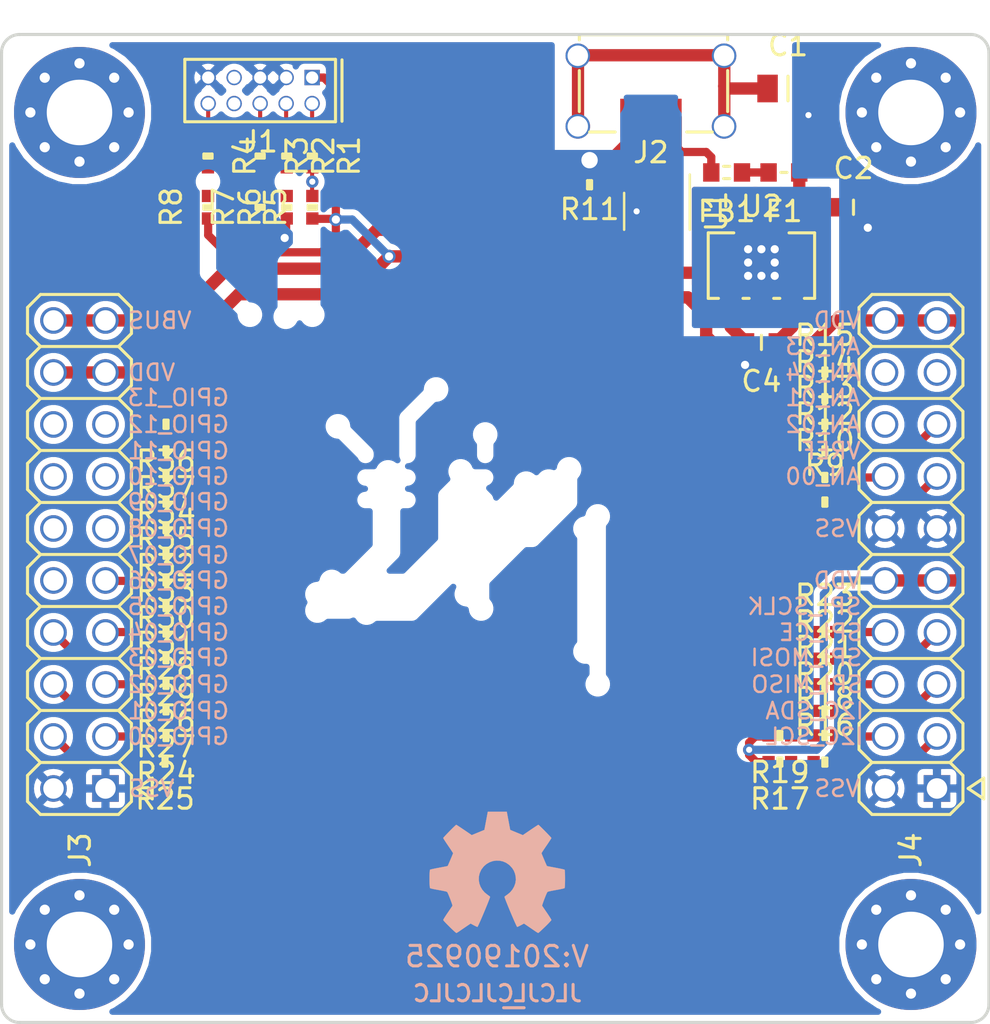
<source format=kicad_pcb>
(kicad_pcb (version 20171130) (host pcbnew 5.1.4-e60b266~84~ubuntu18.04.1)
  (layers (0 F.Cu signal) (31 B.Cu signal) (34 B.Paste user) (35 F.Paste user) (36 B.SilkS user) (37 F.SilkS user) (38 B.Mask user) (39 F.Mask user) (44 Edge.Cuts user))
  (net 0 "")
  (net 1 "Net-(C1-Pad1)")
  (net 2 /VBUS)
  (net 3 "Net-(F1-Pad2)")
  (net 4 "Net-(FB1-Pad2)")
  (net 5 "Net-(J1-Pad10)")
  (net 6 "Net-(J1-Pad6)")
  (net 7 "Net-(J1-Pad4)")
  (net 8 "Net-(J1-Pad2)")
  (net 9 /VDD)
  (net 10 "Net-(J2-Pad4)")
  (net 11 /GPIO_02)
  (net 12 /GPIO_00)
  (net 13 /GPIO_01)
  (net 14 /I2C_SCL)
  (net 15 /I2C_SDA)
  (net 16 /SPI_MISO)
  (net 17 /SPI_MOSI)
  (net 18 /SPI_CE)
  (net 19 /SPI_SCLK)
  (net 20 /AN_00)
  (net 21 /VREF)
  (net 22 /AN_01)
  (net 23 /GPIO_06)
  (net 24 /GPIO_05)
  (net 25 /GPIO_04)
  (net 26 /GPIO_03)
  (net 27 /USB_IN_D-)
  (net 28 /USB_IN_D+)
  (net 29 /VSS)
  (net 30 /GPIO_13)
  (net 31 /GPIO_12)
  (net 32 /GPIO_11)
  (net 33 /GPIO_10)
  (net 34 /GPIO_09)
  (net 35 /GPIO_08)
  (net 36 /GPIO_07)
  (net 37 /AN_04)
  (net 38 /AN_03)
  (net 39 /AN_02)
  (net 40 /TMS)
  (net 41 /TCK)
  (net 42 /TDO)
  (net 43 /RESET)
  (net 44 /I2C_SDA_INT)
  (net 45 /I2C_SCL_INT)
  (module SquantorRcl:R_0402_hand (layer F.Cu) (at 69 81.3 180)
    (fp_text reference R37 (at 0 -1.8) (layer F.SilkS))
    (fp_text value 100)
    (pad 2 smd rect (at 0.55 0 180) (size 0.6 0.6) (layers F.Cu F.Paste F.Mask) (net 30 /GPIO_13))
    (pad 1 smd rect (at -0.55 0 180) (size 0.6 0.6) (layers F.Cu F.Paste F.Mask))
  )
  (module SquantorRcl:R_0402_hand (layer F.Cu) (at 69 80 180)
    (fp_text reference R36 (at 0 -1.8) (layer F.SilkS))
    (fp_text value 100)
    (pad 2 smd rect (at 0.55 0 180) (size 0.6 0.6) (layers F.Cu F.Paste F.Mask) (net 31 /GPIO_12))
    (pad 1 smd rect (at -0.55 0 180) (size 0.6 0.6) (layers F.Cu F.Paste F.Mask))
  )
  (module SquantorRcl:R_0402_hand (layer F.Cu) (at 69 83.8 180)
    (fp_text reference R35 (at 0 -1.8) (layer F.SilkS))
    (fp_text value 100)
    (pad 2 smd rect (at 0.55 0 180) (size 0.6 0.6) (layers F.Cu F.Paste F.Mask) (net 32 /GPIO_11))
    (pad 1 smd rect (at -0.55 0 180) (size 0.6 0.6) (layers F.Cu F.Paste F.Mask))
  )
  (module SquantorRcl:R_0402_hand (layer F.Cu) (at 69 82.55 180)
    (fp_text reference R34 (at 0 -1.8) (layer F.SilkS))
    (fp_text value 100)
    (pad 2 smd rect (at 0.55 0 180) (size 0.6 0.6) (layers F.Cu F.Paste F.Mask) (net 33 /GPIO_10))
    (pad 1 smd rect (at -0.55 0 180) (size 0.6 0.6) (layers F.Cu F.Paste F.Mask))
  )
  (module SquantorRcl:R_0402_hand (layer F.Cu) (at 69 86.35 180)
    (fp_text reference R33 (at 0 -1.8) (layer F.SilkS))
    (fp_text value 100)
    (pad 2 smd rect (at 0.55 0 180) (size 0.6 0.6) (layers F.Cu F.Paste F.Mask) (net 34 /GPIO_09))
    (pad 1 smd rect (at -0.55 0 180) (size 0.6 0.6) (layers F.Cu F.Paste F.Mask))
  )
  (module SquantorRcl:R_0402_hand (layer F.Cu) (at 69 85.1 180)
    (fp_text reference R32 (at 0 -1.8) (layer F.SilkS))
    (fp_text value 100)
    (pad 2 smd rect (at 0.55 0 180) (size 0.6 0.6) (layers F.Cu F.Paste F.Mask) (net 35 /GPIO_08))
    (pad 1 smd rect (at -0.55 0 180) (size 0.6 0.6) (layers F.Cu F.Paste F.Mask))
  )
  (module SquantorRcl:R_0402_hand (layer F.Cu) (at 69 88.9 180)
    (fp_text reference R31 (at 0 -1.8) (layer F.SilkS))
    (fp_text value 100)
    (pad 2 smd rect (at 0.55 0 180) (size 0.6 0.6) (layers F.Cu F.Paste F.Mask) (net 36 /GPIO_07))
    (pad 1 smd rect (at -0.55 0 180) (size 0.6 0.6) (layers F.Cu F.Paste F.Mask))
  )
  (module SquantorRcl:R_0402_hand (layer F.Cu) (at 69 87.65 180)
    (fp_text reference R30 (at 0 -1.8) (layer F.SilkS))
    (fp_text value 100)
    (pad 2 smd rect (at 0.55 0 180) (size 0.6 0.6) (layers F.Cu F.Paste F.Mask) (net 23 /GPIO_06))
    (pad 1 smd rect (at -0.55 0 180) (size 0.6 0.6) (layers F.Cu F.Paste F.Mask))
  )
  (module SquantorRcl:R_0402_hand (layer F.Cu) (at 69 91.45 180)
    (fp_text reference R29 (at 0 -1.8) (layer F.SilkS))
    (fp_text value 100)
    (pad 2 smd rect (at 0.55 0 180) (size 0.6 0.6) (layers F.Cu F.Paste F.Mask) (net 24 /GPIO_05))
    (pad 1 smd rect (at -0.55 0 180) (size 0.6 0.6) (layers F.Cu F.Paste F.Mask))
  )
  (module SquantorRcl:R_0402_hand (layer F.Cu) (at 69 90.15 180)
    (fp_text reference R28 (at 0 -1.8) (layer F.SilkS))
    (fp_text value 100)
    (pad 2 smd rect (at 0.55 0 180) (size 0.6 0.6) (layers F.Cu F.Paste F.Mask) (net 25 /GPIO_04))
    (pad 1 smd rect (at -0.55 0 180) (size 0.6 0.6) (layers F.Cu F.Paste F.Mask))
  )
  (module SquantorRcl:R_0402_hand (layer F.Cu) (at 69 93.95 180)
    (fp_text reference R27 (at 0 -1.8) (layer F.SilkS))
    (fp_text value 100)
    (pad 2 smd rect (at 0.55 0 180) (size 0.6 0.6) (layers F.Cu F.Paste F.Mask) (net 26 /GPIO_03))
    (pad 1 smd rect (at -0.55 0 180) (size 0.6 0.6) (layers F.Cu F.Paste F.Mask))
  )
  (module SquantorRcl:R_0402_hand (layer F.Cu) (at 69 92.7 180)
    (fp_text reference R26 (at 0 -1.8) (layer F.SilkS))
    (fp_text value 100)
    (pad 2 smd rect (at 0.55 0 180) (size 0.6 0.6) (layers F.Cu F.Paste F.Mask) (net 11 /GPIO_02))
    (pad 1 smd rect (at -0.55 0 180) (size 0.6 0.6) (layers F.Cu F.Paste F.Mask))
  )
  (module SquantorRcl:R_0402_hand (layer F.Cu) (at 68.95 96.5 180)
    (fp_text reference R25 (at 0 -1.8) (layer F.SilkS))
    (fp_text value 100)
    (pad 2 smd rect (at 0.55 0 180) (size 0.6 0.6) (layers F.Cu F.Paste F.Mask) (net 13 /GPIO_01))
    (pad 1 smd rect (at -0.55 0 180) (size 0.6 0.6) (layers F.Cu F.Paste F.Mask))
  )
  (module SquantorRcl:R_0402_hand (layer F.Cu) (at 69 95.25 180)
    (fp_text reference R24 (at 0 -1.8) (layer F.SilkS))
    (fp_text value 100)
    (pad 2 smd rect (at 0.55 0 180) (size 0.6 0.6) (layers F.Cu F.Paste F.Mask) (net 12 /GPIO_00))
    (pad 1 smd rect (at -0.55 0 180) (size 0.6 0.6) (layers F.Cu F.Paste F.Mask))
  )
  (module SquantorRcl:R_0402_hand (layer F.Cu) (at 101.2 90.15)
    (fp_text reference R23 (at 0 -1.8) (layer F.SilkS))
    (fp_text value 100)
    (pad 2 smd rect (at 0.55 0) (size 0.6 0.6) (layers F.Cu F.Paste F.Mask) (net 18 /SPI_CE))
    (pad 1 smd rect (at -0.55 0) (size 0.6 0.6) (layers F.Cu F.Paste F.Mask))
  )
  (module SquantorRcl:R_0402_hand (layer F.Cu) (at 101.2 91.45)
    (fp_text reference R22 (at 0 -1.8) (layer F.SilkS))
    (fp_text value 100)
    (pad 2 smd rect (at 0.55 0) (size 0.6 0.6) (layers F.Cu F.Paste F.Mask) (net 19 /SPI_SCLK))
    (pad 1 smd rect (at -0.55 0) (size 0.6 0.6) (layers F.Cu F.Paste F.Mask))
  )
  (module SquantorRcl:R_0402_hand (layer F.Cu) (at 101.2 92.7)
    (fp_text reference R21 (at 0 -1.8) (layer F.SilkS))
    (fp_text value 100)
    (pad 2 smd rect (at 0.55 0) (size 0.6 0.6) (layers F.Cu F.Paste F.Mask) (net 16 /SPI_MISO))
    (pad 1 smd rect (at -0.55 0) (size 0.6 0.6) (layers F.Cu F.Paste F.Mask))
  )
  (module SquantorRcl:R_0402_hand (layer F.Cu) (at 101.2 94)
    (fp_text reference R20 (at 0 -1.8) (layer F.SilkS))
    (fp_text value 100)
    (pad 2 smd rect (at 0.55 0) (size 0.6 0.6) (layers F.Cu F.Paste F.Mask) (net 17 /SPI_MOSI))
    (pad 1 smd rect (at -0.55 0) (size 0.6 0.6) (layers F.Cu F.Paste F.Mask))
  )
  (module SquantorRcl:R_0402_hand (layer F.Cu) (at 99 95.2 180)
    (fp_text reference R19 (at 0 -1.8) (layer F.SilkS))
    (fp_text value 2.2K)
    (pad 2 smd rect (at 0.55 0 180) (size 0.6 0.6) (layers F.Cu F.Paste F.Mask) (net 9 /VDD))
    (pad 1 smd rect (at -0.55 0 180) (size 0.6 0.6) (layers F.Cu F.Paste F.Mask) (net 45 /I2C_SCL_INT))
  )
  (module SquantorRcl:R_0402_hand (layer F.Cu) (at 101.2 95.2)
    (fp_text reference R18 (at 0 -1.8) (layer F.SilkS))
    (fp_text value 100)
    (pad 2 smd rect (at 0.55 0) (size 0.6 0.6) (layers F.Cu F.Paste F.Mask) (net 14 /I2C_SCL))
    (pad 1 smd rect (at -0.55 0) (size 0.6 0.6) (layers F.Cu F.Paste F.Mask) (net 45 /I2C_SCL_INT))
  )
  (module SquantorRcl:R_0402_hand (layer F.Cu) (at 99 96.5 180)
    (fp_text reference R17 (at 0 -1.8) (layer F.SilkS))
    (fp_text value 2.2K)
    (pad 2 smd rect (at 0.55 0 180) (size 0.6 0.6) (layers F.Cu F.Paste F.Mask) (net 9 /VDD))
    (pad 1 smd rect (at -0.55 0 180) (size 0.6 0.6) (layers F.Cu F.Paste F.Mask) (net 44 /I2C_SDA_INT))
  )
  (module SquantorRcl:R_0402_hand (layer F.Cu) (at 101.2 96.5)
    (fp_text reference R16 (at 0 -1.8) (layer F.SilkS))
    (fp_text value 100)
    (pad 2 smd rect (at 0.55 0) (size 0.6 0.6) (layers F.Cu F.Paste F.Mask) (net 15 /I2C_SDA))
    (pad 1 smd rect (at -0.55 0) (size 0.6 0.6) (layers F.Cu F.Paste F.Mask) (net 44 /I2C_SDA_INT))
  )
  (module SquantorRcl:R_0402_hand (layer F.Cu) (at 101.2 77.45)
    (fp_text reference R15 (at 0 -1.8) (layer F.SilkS))
    (fp_text value 100)
    (pad 2 smd rect (at 0.55 0) (size 0.6 0.6) (layers F.Cu F.Paste F.Mask) (net 37 /AN_04))
    (pad 1 smd rect (at -0.55 0) (size 0.6 0.6) (layers F.Cu F.Paste F.Mask))
  )
  (module SquantorRcl:R_0402_hand (layer F.Cu) (at 101.2 78.75)
    (fp_text reference R14 (at 0 -1.8) (layer F.SilkS))
    (fp_text value 100)
    (pad 2 smd rect (at 0.55 0) (size 0.6 0.6) (layers F.Cu F.Paste F.Mask) (net 38 /AN_03))
    (pad 1 smd rect (at -0.55 0) (size 0.6 0.6) (layers F.Cu F.Paste F.Mask))
  )
  (module SquantorRcl:R_0402_hand (layer F.Cu) (at 101.2 80)
    (fp_text reference R13 (at 0 -1.8) (layer F.SilkS))
    (fp_text value 100)
    (pad 2 smd rect (at 0.55 0) (size 0.6 0.6) (layers F.Cu F.Paste F.Mask) (net 39 /AN_02))
    (pad 1 smd rect (at -0.55 0) (size 0.6 0.6) (layers F.Cu F.Paste F.Mask))
  )
  (module SquantorRcl:R_0402_hand (layer F.Cu) (at 101.2 81.3)
    (fp_text reference R12 (at 0 -1.8) (layer F.SilkS))
    (fp_text value 100)
    (pad 2 smd rect (at 0.55 0) (size 0.6 0.6) (layers F.Cu F.Paste F.Mask) (net 22 /AN_01))
    (pad 1 smd rect (at -0.55 0) (size 0.6 0.6) (layers F.Cu F.Paste F.Mask))
  )
  (module SquantorRcl:R_0402_hand (layer F.Cu) (at 101.2 82.6)
    (fp_text reference R10 (at 0 -1.8) (layer F.SilkS))
    (fp_text value 100)
    (pad 2 smd rect (at 0.55 0) (size 0.6 0.6) (layers F.Cu F.Paste F.Mask) (net 20 /AN_00))
    (pad 1 smd rect (at -0.55 0) (size 0.6 0.6) (layers F.Cu F.Paste F.Mask))
  )
  (module SquantorRcl:R_0402_hand (layer F.Cu) (at 101.2 83.8)
    (fp_text reference R9 (at 0 -1.8) (layer F.SilkS))
    (fp_text value 100)
    (pad 2 smd rect (at 0.55 0) (size 0.6 0.6) (layers F.Cu F.Paste F.Mask) (net 21 /VREF))
    (pad 1 smd rect (at -0.55 0) (size 0.6 0.6) (layers F.Cu F.Paste F.Mask))
  )
  (module SquantorRcl:R_0402_hand (layer F.Cu) (at 71.05 69.4 90)
    (fp_text reference R8 (at 0 -1.8 90) (layer F.SilkS))
    (fp_text value 100k)
    (pad 2 smd rect (at 0.55 0 90) (size 0.6 0.6) (layers F.Cu F.Paste F.Mask) (net 43 /RESET))
    (pad 1 smd rect (at -0.55 0 90) (size 0.6 0.6) (layers F.Cu F.Paste F.Mask) (net 9 /VDD))
  )
  (module SquantorRcl:R_0402_hand (layer F.Cu) (at 73.6 69.4 90)
    (fp_text reference R7 (at 0 -1.8 90) (layer F.SilkS))
    (fp_text value 100k)
    (pad 2 smd rect (at 0.55 0 90) (size 0.6 0.6) (layers F.Cu F.Paste F.Mask) (net 42 /TDO))
    (pad 1 smd rect (at -0.55 0 90) (size 0.6 0.6) (layers F.Cu F.Paste F.Mask) (net 9 /VDD))
  )
  (module SquantorRcl:R_0402_hand (layer F.Cu) (at 74.9 69.4 90)
    (fp_text reference R6 (at 0 -1.8 90) (layer F.SilkS))
    (fp_text value 100k)
    (pad 2 smd rect (at 0.55 0 90) (size 0.6 0.6) (layers F.Cu F.Paste F.Mask) (net 41 /TCK))
    (pad 1 smd rect (at -0.55 0 90) (size 0.6 0.6) (layers F.Cu F.Paste F.Mask) (net 29 /VSS))
  )
  (module SquantorRcl:R_0402_hand (layer F.Cu) (at 76.15 69.4 90)
    (fp_text reference R5 (at 0 -1.8 90) (layer F.SilkS))
    (fp_text value 100K)
    (pad 2 smd rect (at 0.55 0 90) (size 0.6 0.6) (layers F.Cu F.Paste F.Mask) (net 40 /TMS))
    (pad 1 smd rect (at -0.55 0 90) (size 0.6 0.6) (layers F.Cu F.Paste F.Mask) (net 9 /VDD))
  )
  (module SquantorRcl:R_0402_hand (layer F.Cu) (at 71.05 66.9 270)
    (fp_text reference R4 (at 0 -1.8 90) (layer F.SilkS))
    (fp_text value 100)
    (pad 2 smd rect (at 0.55 0 270) (size 0.6 0.6) (layers F.Cu F.Paste F.Mask) (net 43 /RESET))
    (pad 1 smd rect (at -0.55 0 270) (size 0.6 0.6) (layers F.Cu F.Paste F.Mask) (net 5 "Net-(J1-Pad10)"))
  )
  (module SquantorRcl:R_0402_hand (layer F.Cu) (at 73.6 66.9 270)
    (fp_text reference R3 (at 0 -1.8 90) (layer F.SilkS))
    (fp_text value 100)
    (pad 2 smd rect (at 0.55 0 270) (size 0.6 0.6) (layers F.Cu F.Paste F.Mask) (net 42 /TDO))
    (pad 1 smd rect (at -0.55 0 270) (size 0.6 0.6) (layers F.Cu F.Paste F.Mask) (net 6 "Net-(J1-Pad6)"))
  )
  (module SquantorRcl:R_0402_hand (layer F.Cu) (at 74.9 66.9 270)
    (fp_text reference R2 (at 0 -1.8 90) (layer F.SilkS))
    (fp_text value 100)
    (pad 2 smd rect (at 0.55 0 270) (size 0.6 0.6) (layers F.Cu F.Paste F.Mask) (net 41 /TCK))
    (pad 1 smd rect (at -0.55 0 270) (size 0.6 0.6) (layers F.Cu F.Paste F.Mask) (net 7 "Net-(J1-Pad4)"))
  )
  (module SquantorRcl:R_0402_hand (layer F.Cu) (at 76.15 66.9 270)
    (fp_text reference R1 (at 0 -1.8 90) (layer F.SilkS))
    (fp_text value 100)
    (pad 2 smd rect (at 0.55 0 270) (size 0.6 0.6) (layers F.Cu F.Paste F.Mask) (net 40 /TMS))
    (pad 1 smd rect (at -0.55 0 270) (size 0.6 0.6) (layers F.Cu F.Paste F.Mask) (net 8 "Net-(J1-Pad2)"))
  )
  (module SquantorConnectors:Header-0127-2X05-H006 (layer F.Cu) (at 73.6 63.7 180)
    (fp_text reference J1 (at 0 -2.5) (layer F.SilkS))
    (fp_text value JTAG_2X05)
    (pad 10 thru_hole circle (at 2.54 -0.635 180) (size 0.75 0.75) (drill 0.6) (layers *.Cu *.Mask) (net 5 "Net-(J1-Pad10)"))
    (pad 9 thru_hole circle (at 2.54 0.635 180) (size 0.75 0.75) (drill 0.6) (layers *.Cu *.Mask) (net 29 /VSS))
    (pad 8 thru_hole circle (at 1.27 -0.635 180) (size 0.75 0.75) (drill 0.6) (layers *.Cu *.Mask))
    (pad 7 thru_hole circle (at 1.27 0.635 180) (size 0.75 0.75) (drill 0.6) (layers *.Cu *.Mask))
    (pad 6 thru_hole circle (at 0 -0.635 180) (size 0.75 0.75) (drill 0.6) (layers *.Cu *.Mask) (net 6 "Net-(J1-Pad6)"))
    (pad 5 thru_hole circle (at 0 0.635 180) (size 0.75 0.75) (drill 0.6) (layers *.Cu *.Mask) (net 29 /VSS))
    (pad 4 thru_hole circle (at -1.27 -0.635 180) (size 0.75 0.75) (drill 0.6) (layers *.Cu *.Mask) (net 7 "Net-(J1-Pad4)"))
    (pad 3 thru_hole circle (at -1.27 0.635 180) (size 0.75 0.75) (drill 0.6) (layers *.Cu *.Mask) (net 29 /VSS))
    (pad 2 thru_hole circle (at -2.54 -0.635 180) (size 0.75 0.75) (drill 0.6) (layers *.Cu *.Mask) (net 8 "Net-(J1-Pad2)"))
    (pad 1 thru_hole rect (at -2.54 0.635 180) (size 0.75 0.75) (drill 0.6) (layers *.Cu *.Mask) (net 9 /VDD))
  )
  (module SquantorIC:SOT89-SOT23-Dual-NXP (layer F.Cu) (at 98.1 72.6)
    (fp_text reference U2 (at 0 -3.25) (layer F.SilkS))
    (fp_text value MCP1702-MB)
    (pad 2 thru_hole rect (at 0.65 0.15) (size 0.6 0.6) (drill 0.4) (layers *.Cu *.Mask) (net 2 /VBUS))
    (pad 2 thru_hole rect (at 0 0.15) (size 0.6 0.6) (drill 0.4) (layers *.Cu *.Mask) (net 2 /VBUS))
    (pad 2 thru_hole rect (at -0.65 0.15) (size 0.6 0.6) (drill 0.4) (layers *.Cu *.Mask) (net 2 /VBUS))
    (pad 2 thru_hole rect (at -0.65 -0.5) (size 0.6 0.6) (drill 0.4) (layers *.Cu *.Mask) (net 2 /VBUS))
    (pad 2 thru_hole rect (at 0.65 -0.5) (size 0.6 0.6) (drill 0.4) (layers *.Cu *.Mask) (net 2 /VBUS))
    (pad 2 thru_hole rect (at -0.65 -1.15 90) (size 0.6 0.6) (drill 0.4) (layers *.Cu *.Mask) (net 2 /VBUS))
    (pad 2 thru_hole rect (at 0 -1.15) (size 0.6 0.6) (drill 0.4) (layers *.Cu *.Mask) (net 2 /VBUS))
    (pad 2 thru_hole rect (at 0.65 -1.15) (size 0.6 0.6) (drill 0.4) (layers *.Cu *.Mask) (net 2 /VBUS))
    (pad 2 smd rect (at 0 -1.825) (size 1.9 0.85) (layers F.Cu F.Paste) (net 2 /VBUS))
    (pad 2 smd rect (at 0 -0.6) (size 1.2 1.2) (layers F.Cu F.Paste) (net 2 /VBUS))
    (pad 3 smd rect (at 1.5 1.75) (size 0.6 1) (layers F.Cu F.Paste) (net 9 /VDD))
    (pad 1 smd rect (at -1.5 1.75) (size 0.6 1) (layers F.Cu F.Paste) (net 29 /VSS))
    (pad 2 smd rect (at 0 1.75) (size 0.6 1) (layers F.Cu F.Paste) (net 2 /VBUS))
    (pad 2 smd rect (at 0 -0.9) (size 2 2.8) (layers F.Cu F.Mask) (net 2 /VBUS))
    (pad 3 smd rect (at 1.25 1.75) (size 1.2 1.1) (layers F.Cu F.Mask) (net 9 /VDD))
    (pad 2 smd rect (at 0 1.4) (size 0.7 1.8) (layers F.Cu F.Mask) (net 2 /VBUS))
    (pad 1 smd rect (at -1.25 1.75) (size 1.2 1.1) (layers F.Cu F.Mask) (net 29 /VSS))
  )
  (module SquantorRcl:C_0603 (layer F.Cu) (at 98.1 76 180)
    (fp_text reference C4 (at 0 -1.9) (layer F.SilkS))
    (fp_text value 10u)
    (pad 2 smd rect (at 0.75 0 180) (size 0.8 0.9) (layers F.Cu F.Paste F.Mask) (net 29 /VSS))
    (pad 1 smd rect (at -0.75 0 180) (size 0.8 0.9) (layers F.Cu F.Paste F.Mask) (net 9 /VDD))
  )
  (module SquantorIC:SOT23-6-HAND (layer F.Cu) (at 93 69.6 270)
    (fp_text reference U1 (at 0 -2.9 90) (layer F.SilkS))
    (fp_text value USBLC6-2 hide)
    (pad 5 smd rect (at 1.2 0 270) (size 1.2 0.65) (layers F.Cu F.Paste F.Mask) (net 2 /VBUS))
    (pad 6 smd rect (at 1.2 -0.95 270) (size 1.2 0.65) (layers F.Cu F.Paste F.Mask))
    (pad 4 smd rect (at 1.2 0.95 270) (size 1.2 0.65) (layers F.Cu F.Paste F.Mask))
    (pad 3 smd rect (at -1.2 0.95 270) (size 1.2 0.65) (layers F.Cu F.Paste F.Mask) (net 28 /USB_IN_D+))
    (pad 2 smd rect (at -1.2 0 270) (size 1.2 0.65) (layers F.Cu F.Paste F.Mask) (net 29 /VSS))
    (pad 1 smd rect (at -1.2 -0.95 270) (size 1.2 0.65) (layers F.Cu F.Paste F.Mask) (net 27 /USB_IN_D-))
  )
  (module SquantorRcl:R_0402_hand (layer F.Cu) (at 89.7 68.3)
    (fp_text reference R11 (at 0 1.2) (layer F.SilkS))
    (fp_text value 0)
    (pad 2 smd rect (at 0.55 0) (size 0.6 0.6) (layers F.Cu F.Paste F.Mask) (net 10 "Net-(J2-Pad4)"))
    (pad 1 smd rect (at -0.55 0) (size 0.6 0.6) (layers F.Cu F.Paste F.Mask) (net 29 /VSS))
  )
  (module SquantorUsb:USB-muB-SMD_TH (layer F.Cu) (at 92.7 63.725 180)
    (fp_text reference J2 (at 0 -3) (layer F.SilkS))
    (fp_text value USB-ID)
    (pad S thru_hole circle (at 3.575 1.725 180) (size 1.2 1.2) (drill 1) (layers *.Cu *.Mask) (net 1 "Net-(C1-Pad1)"))
    (pad "" np_thru_hole circle (at 2 -0.575 180) (size 0.8 0.8) (drill 0.8) (layers *.Cu))
    (pad 1 smd rect (at -1.3 -1.3 180) (size 0.4 1.85) (layers F.Cu F.Paste F.Mask) (net 4 "Net-(FB1-Pad2)"))
    (pad 2 smd rect (at -0.65 -1.3 180) (size 0.4 1.85) (layers F.Cu F.Paste F.Mask) (net 27 /USB_IN_D-))
    (pad 3 smd rect (at 0 -1.3 180) (size 0.4 1.85) (layers F.Cu F.Paste F.Mask) (net 28 /USB_IN_D+))
    (pad 4 smd rect (at 0.65 -1.3 180) (size 0.4 1.85) (layers F.Cu F.Paste F.Mask) (net 10 "Net-(J2-Pad4)"))
    (pad 5 smd rect (at 1.3 -1.3 180) (size 0.4 1.85) (layers F.Cu F.Paste F.Mask) (net 29 /VSS))
    (pad "" np_thru_hole circle (at -2 -0.575 180) (size 0.8 0.8) (drill 0.8) (layers *.Cu))
    (pad S thru_hole circle (at -3.575 1.725 180) (size 1.2 1.2) (drill 1) (layers *.Cu *.Mask) (net 1 "Net-(C1-Pad1)"))
    (pad S thru_hole circle (at 3.575 -1.725 180) (size 1.2 1.2) (drill 1) (layers *.Cu *.Mask) (net 1 "Net-(C1-Pad1)"))
    (pad S thru_hole circle (at -3.575 -1.725 180) (size 1.2 1.2) (drill 1) (layers *.Cu *.Mask) (net 1 "Net-(C1-Pad1)"))
  )
  (module SquantorRcl:L_0603 (layer F.Cu) (at 96.4 67.7 180)
    (fp_text reference FB1 (at 0 -1.9) (layer F.SilkS))
    (fp_text value 100)
    (pad 2 smd rect (at 0.75 0 180) (size 0.8 0.9) (layers F.Cu F.Paste F.Mask) (net 4 "Net-(FB1-Pad2)"))
    (pad 1 smd rect (at -0.75 0 180) (size 0.8 0.9) (layers F.Cu F.Paste F.Mask) (net 3 "Net-(F1-Pad2)"))
  )
  (module SquantorRcl:F_0603_hand (layer F.Cu) (at 99.2 67.7 180)
    (fp_text reference F1 (at 0 -1.9) (layer F.SilkS))
    (fp_text value 0.5A)
    (pad 2 smd rect (at 0.75 0 180) (size 0.8 0.9) (layers F.Cu F.Paste F.Mask) (net 3 "Net-(F1-Pad2)"))
    (pad 1 smd rect (at -0.75 0 180) (size 0.8 0.9) (layers F.Cu F.Paste F.Mask) (net 2 /VBUS))
  )
  (module SquantorRcl:C_0603 (layer F.Cu) (at 102.6 69.4)
    (fp_text reference C2 (at 0 -1.9) (layer F.SilkS))
    (fp_text value 10u)
    (pad 2 smd rect (at 0.75 0) (size 0.8 0.9) (layers F.Cu F.Paste F.Mask) (net 29 /VSS))
    (pad 1 smd rect (at -0.75 0) (size 0.8 0.9) (layers F.Cu F.Paste F.Mask) (net 2 /VBUS))
  )
  (module SquantorRcl:C_0805 (layer F.Cu) (at 99.4 63.6)
    (fp_text reference C1 (at 0 -2.1) (layer F.SilkS))
    (fp_text value 100n)
    (pad 2 smd rect (at 1 0) (size 1 1.35) (layers F.Cu F.Paste F.Mask) (net 29 /VSS))
    (pad 1 smd rect (at -1 0) (size 1 1.35) (layers F.Cu F.Paste F.Mask) (net 1 "Net-(C1-Pad1)"))
  )
  (module SquantorLabels:Label_Generic (layer B.Cu) (at 86 107.9 180)
    (fp_text reference N3 hide)
    (fp_text value JLCJLCJLCJLC (at 0.8 0.1) (layer B.SilkS) (effects (font (size 0.8 0.8)) (justify mirror)))
  )
  (module SquantorConnectorsNamed:Nuclone_20pin_bus_analog (layer F.Cu) (at 105.41 86.36 90)
    (fp_text reference J4 (at -14.44 -0.01 90) (layer F.SilkS))
    (fp_text value nuclone_20pin_bus_analog hide)
    (fp_text user AN_03 (at 10.16 -4.31 -180) (layer B.SilkS) (effects (font (size 0.8 0.8) (thickness 0.12)) (justify mirror)))
    (fp_text user AN_01 (at 7.66 -4.31 -180) (layer B.SilkS) (effects (font (size 0.8 0.8) (thickness 0.12)) (justify mirror)))
    (fp_text user VREF (at 5.06 -3.91 -180) (layer B.SilkS) (effects (font (size 0.8 0.8) (thickness 0.12)) (justify mirror)))
    (fp_text user SPI_SCLK (at -2.54 -5.21 -180) (layer B.SilkS) (effects (font (size 0.8 0.8) (thickness 0.12)) (justify mirror)))
    (fp_text user SPI_MOSI (at -5.04 -5.11 -180) (layer B.SilkS) (effects (font (size 0.8 0.8) (thickness 0.12)) (justify mirror)))
    (fp_text user I2C_SDA (at -7.64 -4.71 -180) (layer B.SilkS) (effects (font (size 0.8 0.8) (thickness 0.12)) (justify mirror)))
    (fp_text user VDD (at 11.43 -3.61 -180) (layer B.SilkS) (effects (font (size 0.8 0.8) (thickness 0.12)) (justify mirror)))
    (fp_text user AN_04 (at 8.89 -4.31 -180) (layer B.SilkS) (effects (font (size 0.8 0.8) (thickness 0.12)) (justify mirror)))
    (fp_text user AN_02 (at 6.35 -4.31 -180) (layer B.SilkS) (effects (font (size 0.8 0.8) (thickness 0.12)) (justify mirror)))
    (fp_text user AN_00 (at 3.81 -4.31 -180) (layer B.SilkS) (effects (font (size 0.8 0.8) (thickness 0.12)) (justify mirror)))
    (fp_text user VSS (at 1.27 -3.61 -180) (layer B.SilkS) (effects (font (size 0.8 0.8) (thickness 0.12)) (justify mirror)))
    (fp_text user VDD (at -1.27 -3.61 -180) (layer B.SilkS) (effects (font (size 0.8 0.8) (thickness 0.12)) (justify mirror)))
    (fp_text user SPI_CE (at -3.81 -4.41 -180) (layer B.SilkS) (effects (font (size 0.8 0.8) (thickness 0.12)) (justify mirror)))
    (fp_text user SPI_MISO (at -6.35 -5.08 -180) (layer B.SilkS) (effects (font (size 0.8 0.8) (thickness 0.12)) (justify mirror)))
    (fp_text user I2C_SCL (at -8.89 -4.71 -180) (layer B.SilkS) (effects (font (size 0.8 0.8) (thickness 0.12)) (justify mirror)))
    (fp_text user VSS (at -11.43 -3.61 -180) (layer B.SilkS) (effects (font (size 0.8 0.8) (thickness 0.12)) (justify mirror)))
    (pad 20 thru_hole circle (at 11.43 -1.27 90) (size 1.3 1.3) (drill 1) (layers *.Cu *.Mask) (net 9 /VDD))
    (pad 19 thru_hole circle (at 11.43 1.27 90) (size 1.3 1.3) (drill 1) (layers *.Cu *.Mask) (net 9 /VDD))
    (pad 18 thru_hole circle (at 8.89 -1.27 90) (size 1.3 1.3) (drill 1) (layers *.Cu *.Mask) (net 37 /AN_04))
    (pad 17 thru_hole circle (at 8.89 1.27 90) (size 1.3 1.3) (drill 1) (layers *.Cu *.Mask) (net 38 /AN_03))
    (pad 16 thru_hole circle (at 6.35 -1.27 90) (size 1.3 1.3) (drill 1) (layers *.Cu *.Mask) (net 39 /AN_02))
    (pad 15 thru_hole circle (at 6.35 1.27 90) (size 1.3 1.3) (drill 1) (layers *.Cu *.Mask) (net 22 /AN_01))
    (pad 14 thru_hole circle (at 3.81 -1.27 90) (size 1.3 1.3) (drill 1) (layers *.Cu *.Mask) (net 20 /AN_00))
    (pad 13 thru_hole circle (at 3.81 1.27 90) (size 1.3 1.3) (drill 1) (layers *.Cu *.Mask) (net 21 /VREF))
    (pad 12 thru_hole circle (at 1.27 -1.27 90) (size 1.3 1.3) (drill 1) (layers *.Cu *.Mask) (net 29 /VSS))
    (pad 11 thru_hole circle (at 1.27 1.27 90) (size 1.3 1.3) (drill 1) (layers *.Cu *.Mask) (net 29 /VSS))
    (pad 10 thru_hole circle (at -1.27 -1.27 90) (size 1.3 1.3) (drill 1) (layers *.Cu *.Mask) (net 9 /VDD))
    (pad 9 thru_hole circle (at -1.27 1.27 90) (size 1.3 1.3) (drill 1) (layers *.Cu *.Mask) (net 9 /VDD))
    (pad 8 thru_hole circle (at -3.81 -1.27 90) (size 1.3 1.3) (drill 1) (layers *.Cu *.Mask) (net 18 /SPI_CE))
    (pad 7 thru_hole circle (at -3.81 1.27 90) (size 1.3 1.3) (drill 1) (layers *.Cu *.Mask) (net 19 /SPI_SCLK))
    (pad 6 thru_hole circle (at -6.35 -1.27 90) (size 1.3 1.3) (drill 1) (layers *.Cu *.Mask) (net 16 /SPI_MISO))
    (pad 5 thru_hole circle (at -6.35 1.27 90) (size 1.3 1.3) (drill 1) (layers *.Cu *.Mask) (net 17 /SPI_MOSI))
    (pad 4 thru_hole circle (at -8.89 -1.27 90) (size 1.3 1.3) (drill 1) (layers *.Cu *.Mask) (net 14 /I2C_SCL))
    (pad 3 thru_hole circle (at -8.89 1.27 90) (size 1.3 1.3) (drill 1) (layers *.Cu *.Mask) (net 15 /I2C_SDA))
    (pad 2 thru_hole circle (at -11.43 -1.27 90) (size 1.3 1.3) (drill 1) (layers *.Cu *.Mask) (net 29 /VSS))
    (pad 1 thru_hole rect (at -11.43 1.27 90) (size 1.3 1.3) (drill 1) (layers *.Cu *.Mask) (net 29 /VSS))
  )
  (module SquantorConnectorsNamed:Nuclone_20pin_gpio (layer F.Cu) (at 64.77 86.36 90)
    (fp_text reference J3 (at -14.44 0.03 90) (layer F.SilkS))
    (fp_text value nuclone_20pin_gpio hide)
    (fp_text user VBUS (at 11.43 3.93 -180) (layer B.SilkS) (effects (font (size 0.8 0.8) (thickness 0.12)) (justify mirror)))
    (fp_text user VDD (at 8.89 3.53 -180) (layer B.SilkS) (effects (font (size 0.8 0.8) (thickness 0.12)) (justify mirror)))
    (fp_text user GPIO_12 (at 6.35 4.83 -180) (layer B.SilkS) (effects (font (size 0.8 0.8) (thickness 0.12)) (justify mirror)))
    (fp_text user GPIO_10 (at 3.81 4.83 -180) (layer B.SilkS) (effects (font (size 0.8 0.8) (thickness 0.12)) (justify mirror)))
    (fp_text user GPIO_08 (at 1.27 4.83 -180) (layer B.SilkS) (effects (font (size 0.8 0.8) (thickness 0.12)) (justify mirror)))
    (fp_text user GPIO_06 (at -1.27 4.83 -180) (layer B.SilkS) (effects (font (size 0.8 0.8) (thickness 0.12)) (justify mirror)))
    (fp_text user GPIO_04 (at -3.81 4.83 -180) (layer B.SilkS) (effects (font (size 0.8 0.8) (thickness 0.12)) (justify mirror)))
    (fp_text user GPIO_13 (at 7.66 4.83) (layer B.SilkS) (effects (font (size 0.8 0.8) (thickness 0.12)) (justify mirror)))
    (fp_text user GPIO_11 (at 5.06 4.83 -180) (layer B.SilkS) (effects (font (size 0.8 0.8) (thickness 0.12)) (justify mirror)))
    (fp_text user GPIO_09 (at 2.56 4.83 -180) (layer B.SilkS) (effects (font (size 0.8 0.8) (thickness 0.12)) (justify mirror)))
    (fp_text user GPIO_07 (at -0.04 4.83 -180) (layer B.SilkS) (effects (font (size 0.8 0.8) (thickness 0.12)) (justify mirror)))
    (fp_text user GPIO_05 (at -2.54 4.83 -180) (layer B.SilkS) (effects (font (size 0.8 0.8) (thickness 0.12)) (justify mirror)))
    (fp_text user GPIO_03 (at -5.04 4.83 -180) (layer B.SilkS) (effects (font (size 0.8 0.8) (thickness 0.12)) (justify mirror)))
    (fp_text user GPIO_02 (at -6.35 4.83 -180) (layer B.SilkS) (effects (font (size 0.8 0.8) (thickness 0.12)) (justify mirror)))
    (fp_text user GPIO_01 (at -7.64 4.83 -180) (layer B.SilkS) (effects (font (size 0.8 0.8) (thickness 0.12)) (justify mirror)))
    (fp_text user GPIO_00 (at -8.89 4.83 -180) (layer B.SilkS) (effects (font (size 0.8 0.8) (thickness 0.12)) (justify mirror)))
    (fp_text user VSS (at -11.43 3.53 -180) (layer B.SilkS) (effects (font (size 0.8 0.8) (thickness 0.12)) (justify mirror)))
    (pad 20 thru_hole circle (at 11.43 -1.27 90) (size 1.3 1.3) (drill 1) (layers *.Cu *.Mask) (net 2 /VBUS))
    (pad 19 thru_hole circle (at 11.43 1.27 90) (size 1.3 1.3) (drill 1) (layers *.Cu *.Mask) (net 2 /VBUS))
    (pad 18 thru_hole circle (at 8.89 -1.27 90) (size 1.3 1.3) (drill 1) (layers *.Cu *.Mask) (net 9 /VDD))
    (pad 17 thru_hole circle (at 8.89 1.27 90) (size 1.3 1.3) (drill 1) (layers *.Cu *.Mask) (net 9 /VDD))
    (pad 16 thru_hole circle (at 6.35 -1.27 90) (size 1.3 1.3) (drill 1) (layers *.Cu *.Mask) (net 30 /GPIO_13))
    (pad 15 thru_hole circle (at 6.35 1.27 90) (size 1.3 1.3) (drill 1) (layers *.Cu *.Mask) (net 31 /GPIO_12))
    (pad 14 thru_hole circle (at 3.81 -1.27 90) (size 1.3 1.3) (drill 1) (layers *.Cu *.Mask) (net 32 /GPIO_11))
    (pad 13 thru_hole circle (at 3.81 1.27 90) (size 1.3 1.3) (drill 1) (layers *.Cu *.Mask) (net 33 /GPIO_10))
    (pad 12 thru_hole circle (at 1.27 -1.27 90) (size 1.3 1.3) (drill 1) (layers *.Cu *.Mask) (net 34 /GPIO_09))
    (pad 11 thru_hole circle (at 1.27 1.27 90) (size 1.3 1.3) (drill 1) (layers *.Cu *.Mask) (net 35 /GPIO_08))
    (pad 10 thru_hole circle (at -1.27 -1.27 90) (size 1.3 1.3) (drill 1) (layers *.Cu *.Mask) (net 36 /GPIO_07))
    (pad 9 thru_hole circle (at -1.27 1.27 90) (size 1.3 1.3) (drill 1) (layers *.Cu *.Mask) (net 23 /GPIO_06))
    (pad 8 thru_hole circle (at -3.81 -1.27 90) (size 1.3 1.3) (drill 1) (layers *.Cu *.Mask) (net 24 /GPIO_05))
    (pad 7 thru_hole circle (at -3.81 1.27 90) (size 1.3 1.3) (drill 1) (layers *.Cu *.Mask) (net 25 /GPIO_04))
    (pad 6 thru_hole circle (at -6.35 -1.27 90) (size 1.3 1.3) (drill 1) (layers *.Cu *.Mask) (net 26 /GPIO_03))
    (pad 5 thru_hole circle (at -6.35 1.27 90) (size 1.3 1.3) (drill 1) (layers *.Cu *.Mask) (net 11 /GPIO_02))
    (pad 4 thru_hole circle (at -8.89 -1.27 90) (size 1.3 1.3) (drill 1) (layers *.Cu *.Mask) (net 13 /GPIO_01))
    (pad 3 thru_hole circle (at -8.89 1.27 90) (size 1.3 1.3) (drill 1) (layers *.Cu *.Mask) (net 12 /GPIO_00))
    (pad 2 thru_hole circle (at -11.43 -1.27 90) (size 1.3 1.3) (drill 1) (layers *.Cu *.Mask) (net 29 /VSS))
    (pad 1 thru_hole rect (at -11.43 1.27 90) (size 1.3 1.3) (drill 1) (layers *.Cu *.Mask) (net 29 /VSS))
  )
  (module SquantorLabels:Label_version (layer B.Cu) (at 83.7 105.9)
    (fp_text reference N2 hide)
    (fp_text value 20190925 (at 0.8 0.1) (layer B.SilkS) (effects (justify mirror)))
    (fp_text user V: (at 5.3 0.1) (layer B.SilkS) (effects (justify mirror)))
  )
  (module MountingHole:MountingHole_3.2mm_M3_Pad_Via (layer F.Cu) (at 64.77 64.77)
    (fp_text reference H1 hide)
    (fp_text value MountingHole hide)
    (pad 1 thru_hole circle (at 1.697056 -1.697056) (size 0.8 0.8) (drill 0.5) (layers *.Cu *.Mask))
    (pad 1 thru_hole circle (at 0 -2.4) (size 0.8 0.8) (drill 0.5) (layers *.Cu *.Mask))
    (pad 1 thru_hole circle (at -1.697056 -1.697056) (size 0.8 0.8) (drill 0.5) (layers *.Cu *.Mask))
    (pad 1 thru_hole circle (at -2.4 0) (size 0.8 0.8) (drill 0.5) (layers *.Cu *.Mask))
    (pad 1 thru_hole circle (at -1.697056 1.697056) (size 0.8 0.8) (drill 0.5) (layers *.Cu *.Mask))
    (pad 1 thru_hole circle (at 0 2.4) (size 0.8 0.8) (drill 0.5) (layers *.Cu *.Mask))
    (pad 1 thru_hole circle (at 1.697056 1.697056) (size 0.8 0.8) (drill 0.5) (layers *.Cu *.Mask))
    (pad 1 thru_hole circle (at 2.4 0) (size 0.8 0.8) (drill 0.5) (layers *.Cu *.Mask))
    (pad 1 thru_hole circle (at 0 0) (size 6.4 6.4) (drill 3.2) (layers *.Cu *.Mask))
  )
  (module MountingHole:MountingHole_3.2mm_M3_Pad_Via (layer F.Cu) (at 64.77 105.41)
    (fp_text reference H4 hide)
    (fp_text value MountingHole hide)
    (pad 1 thru_hole circle (at 1.697056 -1.697056) (size 0.8 0.8) (drill 0.5) (layers *.Cu *.Mask))
    (pad 1 thru_hole circle (at 0 -2.4) (size 0.8 0.8) (drill 0.5) (layers *.Cu *.Mask))
    (pad 1 thru_hole circle (at -1.697056 -1.697056) (size 0.8 0.8) (drill 0.5) (layers *.Cu *.Mask))
    (pad 1 thru_hole circle (at -2.4 0) (size 0.8 0.8) (drill 0.5) (layers *.Cu *.Mask))
    (pad 1 thru_hole circle (at -1.697056 1.697056) (size 0.8 0.8) (drill 0.5) (layers *.Cu *.Mask))
    (pad 1 thru_hole circle (at 0 2.4) (size 0.8 0.8) (drill 0.5) (layers *.Cu *.Mask))
    (pad 1 thru_hole circle (at 1.697056 1.697056) (size 0.8 0.8) (drill 0.5) (layers *.Cu *.Mask))
    (pad 1 thru_hole circle (at 2.4 0) (size 0.8 0.8) (drill 0.5) (layers *.Cu *.Mask))
    (pad 1 thru_hole circle (at 0 0) (size 6.4 6.4) (drill 3.2) (layers *.Cu *.Mask))
  )
  (module MountingHole:MountingHole_3.2mm_M3_Pad_Via (layer F.Cu) (at 105.41 105.41)
    (fp_text reference H3 hide)
    (fp_text value MountingHole hide)
    (pad 1 thru_hole circle (at 1.697056 -1.697056) (size 0.8 0.8) (drill 0.5) (layers *.Cu *.Mask))
    (pad 1 thru_hole circle (at 0 -2.4) (size 0.8 0.8) (drill 0.5) (layers *.Cu *.Mask))
    (pad 1 thru_hole circle (at -1.697056 -1.697056) (size 0.8 0.8) (drill 0.5) (layers *.Cu *.Mask))
    (pad 1 thru_hole circle (at -2.4 0) (size 0.8 0.8) (drill 0.5) (layers *.Cu *.Mask))
    (pad 1 thru_hole circle (at -1.697056 1.697056) (size 0.8 0.8) (drill 0.5) (layers *.Cu *.Mask))
    (pad 1 thru_hole circle (at 0 2.4) (size 0.8 0.8) (drill 0.5) (layers *.Cu *.Mask))
    (pad 1 thru_hole circle (at 1.697056 1.697056) (size 0.8 0.8) (drill 0.5) (layers *.Cu *.Mask))
    (pad 1 thru_hole circle (at 2.4 0) (size 0.8 0.8) (drill 0.5) (layers *.Cu *.Mask))
    (pad 1 thru_hole circle (at 0 0) (size 6.4 6.4) (drill 3.2) (layers *.Cu *.Mask))
  )
  (module MountingHole:MountingHole_3.2mm_M3_Pad_Via (layer F.Cu) (at 105.41 64.77)
    (fp_text reference H2 hide)
    (fp_text value MountingHole hide)
    (pad 1 thru_hole circle (at 1.697056 -1.697056) (size 0.8 0.8) (drill 0.5) (layers *.Cu *.Mask))
    (pad 1 thru_hole circle (at 0 -2.4) (size 0.8 0.8) (drill 0.5) (layers *.Cu *.Mask))
    (pad 1 thru_hole circle (at -1.697056 -1.697056) (size 0.8 0.8) (drill 0.5) (layers *.Cu *.Mask))
    (pad 1 thru_hole circle (at -2.4 0) (size 0.8 0.8) (drill 0.5) (layers *.Cu *.Mask))
    (pad 1 thru_hole circle (at -1.697056 1.697056) (size 0.8 0.8) (drill 0.5) (layers *.Cu *.Mask))
    (pad 1 thru_hole circle (at 0 2.4) (size 0.8 0.8) (drill 0.5) (layers *.Cu *.Mask))
    (pad 1 thru_hole circle (at 1.697056 1.697056) (size 0.8 0.8) (drill 0.5) (layers *.Cu *.Mask))
    (pad 1 thru_hole circle (at 2.4 0) (size 0.8 0.8) (drill 0.5) (layers *.Cu *.Mask))
    (pad 1 thru_hole circle (at 0 0) (size 6.4 6.4) (drill 3.2) (layers *.Cu *.Mask))
  )
  (module Symbols:OSHW-Symbol_6.7x6mm_SilkScreen (layer B.Cu) (at 85.2 101.9 180)
    (fp_text reference N1 hide)
    (fp_text value OHWLOGO hide)
  )
  (gr_arc (start 61.849 108.331) (end 60.96 108.331) (angle -90) (layer Edge.Cuts) (width 0.15))
  (gr_arc (start 108.331 108.331) (end 108.331 109.22) (angle -90) (layer Edge.Cuts) (width 0.15))
  (gr_arc (start 108.331 61.849) (end 109.22 61.849) (angle -90) (layer Edge.Cuts) (width 0.15))
  (gr_arc (start 61.849 61.849) (end 61.849 60.96) (angle -90) (layer Edge.Cuts) (width 0.15))
  (gr_line (start 108.331 60.96) (end 61.849 60.96) (layer Edge.Cuts) (width 0.15))
  (gr_line (start 109.22 108.331) (end 109.22 61.849) (layer Edge.Cuts) (width 0.15))
  (gr_line (start 61.849 109.22) (end 108.331 109.22) (layer Edge.Cuts) (width 0.15))
  (gr_line (start 60.96 61.849) (end 60.96 108.331) (layer Edge.Cuts) (width 0.15))
  (segment (start 89.135 65.425) (end 89.135 61.975) (width 0.6) (layer F.Cu) (net 1))
  (segment (start 89.135 61.975) (end 96.285 61.975) (width 0.6) (layer F.Cu) (net 1))
  (segment (start 96.4 63.6) (end 96.285 63.485) (width 0.6) (layer F.Cu) (net 1))
  (segment (start 98.4 63.6) (end 96.4 63.6) (width 0.6) (layer F.Cu) (net 1))
  (segment (start 96.285 65.425) (end 96.285 63.485) (width 0.6) (layer F.Cu) (net 1))
  (segment (start 96.285 63.485) (end 96.285 61.975) (width 0.6) (layer F.Cu) (net 1))
  (segment (start 98.1 74.45) (end 98.1 71.8) (width 0.6) (layer F.Cu) (net 2))
  (segment (start 63.5 74.93) (end 66.04 74.93) (width 0.6) (layer F.Cu) (net 2))
  (segment (start 95.9 71.6) (end 95.9 69.6) (width 0.6) (layer F.Cu) (net 2))
  (segment (start 94.9 72.6) (end 95.9 71.6) (width 0.6) (layer F.Cu) (net 2))
  (segment (start 95.9 69.6) (end 96.1 69.4) (width 0.6) (layer F.Cu) (net 2))
  (segment (start 99.95 69.35) (end 99.9 69.4) (width 0.6) (layer F.Cu) (net 2))
  (segment (start 99.95 67.7) (end 99.95 69.35) (width 0.6) (layer F.Cu) (net 2))
  (segment (start 99.9 69.4) (end 101.85 69.4) (width 0.6) (layer F.Cu) (net 2))
  (segment (start 93 72.5) (end 92.9 72.6) (width 0.4) (layer F.Cu) (net 2))
  (segment (start 93 70.8) (end 93 72.5) (width 0.4) (layer F.Cu) (net 2))
  (segment (start 92.9 72.6) (end 94.9 72.6) (width 0.6) (layer F.Cu) (net 2))
  (segment (start 98.1 69.4) (end 98.1 71.8) (width 0.6) (layer F.Cu) (net 2))
  (segment (start 98.1 69.4) (end 99.9 69.4) (width 0.6) (layer F.Cu) (net 2))
  (segment (start 96.1 69.4) (end 98.1 69.4) (width 0.6) (layer F.Cu) (net 2))
  (segment (start 90.1 72.6) (end 92.9 72.6) (width 0.6) (layer F.Cu) (net 2))
  (segment (start 69.47 74.93) (end 72 72.4) (width 0.6) (layer F.Cu) (net 2))
  (segment (start 66.04 74.93) (end 69.47 74.93) (width 0.6) (layer F.Cu) (net 2))
  (segment (start 72 72.4) (end 77.4 72.4) (width 0.6) (layer F.Cu) (net 2))
  (segment (start 77.4 72.4) (end 79.3 70.5) (width 0.6) (layer F.Cu) (net 2))
  (segment (start 79.3 70.5) (end 88 70.5) (width 0.6) (layer F.Cu) (net 2))
  (segment (start 88 70.5) (end 90.1 72.6) (width 0.6) (layer F.Cu) (net 2))
  (segment (start 97.15 67.7) (end 98.45 67.7) (width 0.4) (layer F.Cu) (net 3))
  (segment (start 94.01 65) (end 94.01 66.51) (width 0.4) (layer F.Cu) (net 4))
  (segment (start 94.01 66.51) (end 94.2 66.7) (width 0.4) (layer F.Cu) (net 4))
  (segment (start 94.2 66.7) (end 95.4 66.7) (width 0.4) (layer F.Cu) (net 4))
  (segment (start 95.65 66.95) (end 95.65 67.7) (width 0.4) (layer F.Cu) (net 4))
  (segment (start 95.4 66.7) (end 95.65 66.95) (width 0.4) (layer F.Cu) (net 4))
  (segment (start 71.06 64.335) (end 71.06 66.35) (width 0.2) (layer F.Cu) (net 5))
  (segment (start 73.6 64.335) (end 73.6 66.35) (width 0.2) (layer F.Cu) (net 6))
  (segment (start 74.87 64.335) (end 74.87 66.35) (width 0.2) (layer F.Cu) (net 7))
  (segment (start 76.14 64.335) (end 76.14 66.35) (width 0.2) (layer F.Cu) (net 8))
  (segment (start 104.14 87.63) (end 106.68 87.63) (width 0.6) (layer F.Cu) (net 9))
  (segment (start 106.68 87.63) (end 107.67 87.63) (width 0.6) (layer F.Cu) (net 9))
  (segment (start 107.67 87.63) (end 108.2 87.1) (width 0.6) (layer F.Cu) (net 9))
  (segment (start 108.2 87.1) (end 108.2 75.5) (width 0.6) (layer F.Cu) (net 9))
  (segment (start 107.63 74.93) (end 106.68 74.93) (width 0.6) (layer F.Cu) (net 9))
  (segment (start 108.2 75.5) (end 107.63 74.93) (width 0.6) (layer F.Cu) (net 9))
  (segment (start 106.68 74.93) (end 104.14 74.93) (width 0.6) (layer F.Cu) (net 9))
  (segment (start 104.14 74.93) (end 101.73 74.93) (width 0.6) (layer F.Cu) (net 9))
  (segment (start 100.66 76) (end 98.85 76) (width 0.6) (layer F.Cu) (net 9))
  (segment (start 101.73 74.93) (end 100.66 76) (width 0.6) (layer F.Cu) (net 9))
  (segment (start 99.6 75.25) (end 98.85 76) (width 0.6) (layer F.Cu) (net 9))
  (segment (start 99.6 74.45) (end 99.6 75.25) (width 0.6) (layer F.Cu) (net 9))
  (segment (start 63.5 77.47) (end 66.04 77.47) (width 0.6) (layer F.Cu) (net 9))
  (segment (start 66.04 77.47) (end 70.97 77.47) (width 0.6) (layer F.Cu) (net 9))
  (segment (start 70.97 77.47) (end 71 77.5) (width 0.6) (layer F.Cu) (net 9))
  (segment (start 104.14 87.63) (end 101.82 87.63) (width 0.4) (layer B.Cu) (net 9))
  (segment (start 101.82 87.63) (end 101.15 88.3) (width 0.4) (layer B.Cu) (net 9))
  (segment (start 101.15 88.3) (end 101.15 95.55) (width 0.4) (layer B.Cu) (net 9))
  (segment (start 101.15 95.55) (end 100.8 95.9) (width 0.4) (layer B.Cu) (net 9))
  (via (at 97.5 95.9) (size 0.6) (drill 0.3) (layers F.Cu B.Cu) (net 9))
  (segment (start 100.8 95.9) (end 97.5 95.9) (width 0.4) (layer B.Cu) (net 9))
  (segment (start 97.5 95.9) (end 97.5 95.55) (width 0.4) (layer F.Cu) (net 9))
  (segment (start 97.8 95.25) (end 98.35 95.25) (width 0.4) (layer F.Cu) (net 9))
  (segment (start 97.5 95.55) (end 97.8 95.25) (width 0.4) (layer F.Cu) (net 9))
  (segment (start 97.5 95.9) (end 97.5 96.15) (width 0.4) (layer F.Cu) (net 9))
  (segment (start 97.85 96.5) (end 98.35 96.5) (width 0.4) (layer F.Cu) (net 9))
  (segment (start 97.5 96.15) (end 97.85 96.5) (width 0.4) (layer F.Cu) (net 9))
  (segment (start 87.4 71.8) (end 79.9 71.8) (width 0.6) (layer F.Cu) (net 9))
  (segment (start 94.5 73.8) (end 89.4 73.8) (width 0.6) (layer F.Cu) (net 9))
  (segment (start 95.4 74.7) (end 94.5 73.8) (width 0.6) (layer F.Cu) (net 9))
  (segment (start 89.4 73.8) (end 87.4 71.8) (width 0.6) (layer F.Cu) (net 9))
  (segment (start 98.85 77.55) (end 98.2 78.2) (width 0.6) (layer F.Cu) (net 9))
  (segment (start 98.85 76) (end 98.85 77.55) (width 0.6) (layer F.Cu) (net 9))
  (segment (start 98.2 78.2) (end 96.7 78.2) (width 0.6) (layer F.Cu) (net 9))
  (segment (start 95.4 75.7) (end 95.4 74.7) (width 0.6) (layer F.Cu) (net 9))
  (segment (start 96 77.5) (end 96 76.3) (width 0.6) (layer F.Cu) (net 9))
  (segment (start 96.7 78.2) (end 96 77.5) (width 0.6) (layer F.Cu) (net 9))
  (segment (start 96 76.3) (end 95.4 75.7) (width 0.6) (layer F.Cu) (net 9))
  (via (at 79.9 71.8) (size 0.65) (drill 0.4) (layers F.Cu B.Cu) (net 9))
  (segment (start 79.9 71.8) (end 78.1 70) (width 0.4) (layer B.Cu) (net 9))
  (segment (start 78.1 70) (end 77.3 70) (width 0.4) (layer B.Cu) (net 9))
  (via (at 77.3 70) (size 0.65) (drill 0.4) (layers F.Cu B.Cu) (net 9))
  (segment (start 71 75.2) (end 71 77.5) (width 0.6) (layer F.Cu) (net 9))
  (segment (start 72.55 73.65) (end 71 75.2) (width 0.6) (layer F.Cu) (net 9))
  (segment (start 79.9 71.8) (end 78.05 73.65) (width 0.6) (layer F.Cu) (net 9))
  (segment (start 78.05 73.65) (end 72.55 73.65) (width 0.6) (layer F.Cu) (net 9))
  (segment (start 77.3 70) (end 77.3 70.9) (width 0.4) (layer F.Cu) (net 9))
  (segment (start 77.3 70.9) (end 76.6 71.6) (width 0.4) (layer F.Cu) (net 9))
  (segment (start 71.06 70.76) (end 71.06 69.965) (width 0.4) (layer F.Cu) (net 9))
  (segment (start 71.9 71.6) (end 71.06 70.76) (width 0.4) (layer F.Cu) (net 9))
  (segment (start 72.33 71.52) (end 72.25 71.6) (width 0.4) (layer F.Cu) (net 9))
  (segment (start 72.25 71.6) (end 71.9 71.6) (width 0.4) (layer F.Cu) (net 9))
  (segment (start 73.6 69.965) (end 73.6 71.55) (width 0.4) (layer F.Cu) (net 9))
  (segment (start 73.6 71.55) (end 73.65 71.6) (width 0.4) (layer F.Cu) (net 9))
  (segment (start 76.6 71.6) (end 73.65 71.6) (width 0.4) (layer F.Cu) (net 9))
  (segment (start 73.65 71.6) (end 72.25 71.6) (width 0.4) (layer F.Cu) (net 9))
  (segment (start 77.265 69.965) (end 77.3 70) (width 0.4) (layer F.Cu) (net 9))
  (segment (start 76.14 69.965) (end 77.265 69.965) (width 0.4) (layer F.Cu) (net 9))
  (segment (start 77.3 63.65) (end 77.3 70) (width 0.4) (layer F.Cu) (net 9))
  (segment (start 76.14 63.065) (end 76.715 63.065) (width 0.4) (layer F.Cu) (net 9))
  (segment (start 76.715 63.065) (end 77.3 63.65) (width 0.4) (layer F.Cu) (net 9))
  (segment (start 92.06 65) (end 92.06 66.34) (width 0.2) (layer F.Cu) (net 10))
  (segment (start 92.06 66.34) (end 91 67.4) (width 0.2) (layer F.Cu) (net 10))
  (segment (start 91 67.4) (end 91 68.1) (width 0.2) (layer F.Cu) (net 10))
  (segment (start 90.8 68.3) (end 90.3 68.3) (width 0.2) (layer F.Cu) (net 10))
  (segment (start 91 68.1) (end 90.8 68.3) (width 0.2) (layer F.Cu) (net 10))
  (via (at 76.15 68.15) (size 0.6) (drill 0.3) (layers F.Cu B.Cu) (net 40))
  (segment (start 76.14 67.45) (end 76.14 68.14) (width 0.2) (layer F.Cu) (net 40))
  (segment (start 76.14 68.14) (end 76.15 68.15) (width 0.2) (layer F.Cu) (net 40))
  (segment (start 76.14 68.16) (end 76.15 68.15) (width 0.2) (layer F.Cu) (net 40))
  (segment (start 76.14 68.865) (end 76.14 68.16) (width 0.2) (layer F.Cu) (net 40))
  (segment (start 73.6 67.45) (end 73.6 68.865) (width 0.2) (layer F.Cu) (net 42))
  (via (at 100.4 64.9) (size 0.6) (drill 0.3) (layers F.Cu B.Cu) (net 29))
  (segment (start 100.4 63.6) (end 100.4 64.9) (width 0.6) (layer F.Cu) (net 29))
  (via (at 89.7 67.1) (size 0.95) (drill 0.8) (layers F.Cu B.Cu) (net 29))
  (segment (start 89.7 67.1) (end 90.6 67.1) (width 0.4) (layer F.Cu) (net 29))
  (segment (start 90.6 67.1) (end 91.41 66.29) (width 0.4) (layer F.Cu) (net 29))
  (segment (start 91.41 66.29) (end 91.41 65) (width 0.4) (layer F.Cu) (net 29))
  (segment (start 93 68.4) (end 93 69.2) (width 0.4) (layer F.Cu) (net 29))
  (segment (start 93 69.2) (end 92.6 69.6) (width 0.4) (layer F.Cu) (net 29))
  (via (at 92 69.6) (size 0.6) (drill 0.3) (layers F.Cu B.Cu) (net 29))
  (segment (start 92.6 69.6) (end 92 69.6) (width 0.4) (layer F.Cu) (net 29))
  (via (at 97.3 77.1) (size 0.65) (drill 0.4) (layers F.Cu B.Cu) (net 29))
  (segment (start 97.35 76) (end 97.35 77.05) (width 0.6) (layer F.Cu) (net 29))
  (segment (start 97.35 77.05) (end 97.3 77.1) (width 0.6) (layer F.Cu) (net 29))
  (segment (start 96.6 75.25) (end 97.35 76) (width 0.6) (layer F.Cu) (net 29))
  (segment (start 96.6 74.45) (end 96.6 75.25) (width 0.6) (layer F.Cu) (net 29))
  (segment (start 103.35 69.4) (end 103.35 70.35) (width 0.4) (layer F.Cu) (net 29))
  (via (at 103.3 70.4) (size 0.65) (drill 0.4) (layers F.Cu B.Cu) (net 29))
  (segment (start 103.35 70.35) (end 103.3 70.4) (width 0.4) (layer F.Cu) (net 29))
  (segment (start 89.7 67.1) (end 89.6 67.1) (width 0.2) (layer F.Cu) (net 29))
  (segment (start 89.15 67.55) (end 89.15 68.3) (width 0.2) (layer F.Cu) (net 29))
  (segment (start 89.6 67.1) (end 89.15 67.55) (width 0.2) (layer F.Cu) (net 29))
  (via (at 74.8 70.9) (size 0.65) (drill 0.4) (layers F.Cu B.Cu) (net 29))
  (segment (start 74.87 70.83) (end 74.87 69.965) (width 0.4) (layer F.Cu) (net 29))
  (segment (start 74.8 70.9) (end 74.87 70.83) (width 0.4) (layer F.Cu) (net 29))
  (segment (start 66.05 92.7) (end 66.04 92.71) (width 0.4) (layer F.Cu) (net 11))
  (segment (start 68.45 92.7) (end 66.05 92.7) (width 0.4) (layer F.Cu) (net 11))
  (segment (start 68.45 95.25) (end 66.04 95.25) (width 0.4) (layer F.Cu) (net 12))
  (segment (start 64.75 96.5) (end 63.5 95.25) (width 0.4) (layer F.Cu) (net 13))
  (segment (start 68.45 96.5) (end 64.75 96.5) (width 0.4) (layer F.Cu) (net 13))
  (segment (start 101.75 95.25) (end 104.14 95.25) (width 0.4) (layer F.Cu) (net 14))
  (segment (start 105.43 96.5) (end 106.68 95.25) (width 0.4) (layer F.Cu) (net 15))
  (segment (start 101.75 96.5) (end 105.43 96.5) (width 0.4) (layer F.Cu) (net 15))
  (segment (start 104.13 92.7) (end 104.14 92.71) (width 0.4) (layer F.Cu) (net 16))
  (segment (start 101.75 92.7) (end 104.13 92.7) (width 0.4) (layer F.Cu) (net 16))
  (segment (start 105.39 94) (end 106.68 92.71) (width 0.4) (layer F.Cu) (net 17))
  (segment (start 101.75 94) (end 105.39 94) (width 0.4) (layer F.Cu) (net 17))
  (segment (start 104.12 90.15) (end 104.14 90.17) (width 0.4) (layer F.Cu) (net 18))
  (segment (start 101.75 90.15) (end 104.12 90.15) (width 0.4) (layer F.Cu) (net 18))
  (segment (start 105.4 91.45) (end 106.68 90.17) (width 0.4) (layer F.Cu) (net 19))
  (segment (start 101.75 91.45) (end 105.4 91.45) (width 0.4) (layer F.Cu) (net 19))
  (segment (start 104.09 82.6) (end 104.14 82.55) (width 0.4) (layer F.Cu) (net 20))
  (segment (start 101.75 82.6) (end 104.09 82.6) (width 0.4) (layer F.Cu) (net 20))
  (segment (start 105.43 83.8) (end 106.68 82.55) (width 0.4) (layer F.Cu) (net 21))
  (segment (start 101.75 83.8) (end 105.43 83.8) (width 0.4) (layer F.Cu) (net 21))
  (segment (start 105.39 81.3) (end 106.68 80.01) (width 0.4) (layer F.Cu) (net 22))
  (segment (start 101.75 81.3) (end 105.39 81.3) (width 0.4) (layer F.Cu) (net 22))
  (segment (start 66.06 87.65) (end 66.04 87.63) (width 0.4) (layer F.Cu) (net 23))
  (segment (start 68.45 87.65) (end 66.06 87.65) (width 0.4) (layer F.Cu) (net 23))
  (segment (start 64.78 91.45) (end 63.5 90.17) (width 0.4) (layer F.Cu) (net 24))
  (segment (start 68.45 91.45) (end 64.78 91.45) (width 0.4) (layer F.Cu) (net 24))
  (segment (start 66.06 90.15) (end 66.04 90.17) (width 0.4) (layer F.Cu) (net 25))
  (segment (start 68.45 90.15) (end 66.06 90.15) (width 0.4) (layer F.Cu) (net 25))
  (segment (start 64.74 93.95) (end 63.5 92.71) (width 0.4) (layer F.Cu) (net 26))
  (segment (start 68.45 93.95) (end 64.74 93.95) (width 0.4) (layer F.Cu) (net 26))
  (segment (start 93.95 67.55) (end 93.95 68.4) (width 0.2) (layer F.Cu) (net 27))
  (segment (start 93.26 66.86) (end 93.95 67.55) (width 0.2) (layer F.Cu) (net 27))
  (segment (start 93.26 66.487501) (end 93.26 66.86) (width 0.2) (layer F.Cu) (net 27))
  (segment (start 93.36 65) (end 93.36 66.387501) (width 0.2) (layer F.Cu) (net 27))
  (segment (start 93.36 66.387501) (end 93.26 66.487501) (width 0.2) (layer F.Cu) (net 27))
  (segment (start 92.05 67.55) (end 92.05 68.4) (width 0.2) (layer F.Cu) (net 28))
  (segment (start 92.81 66.79) (end 92.05 67.55) (width 0.2) (layer F.Cu) (net 28))
  (segment (start 92.81 66.487501) (end 92.81 66.79) (width 0.2) (layer F.Cu) (net 28))
  (segment (start 92.71 65) (end 92.71 66.387501) (width 0.2) (layer F.Cu) (net 28))
  (segment (start 92.71 66.387501) (end 92.81 66.487501) (width 0.2) (layer F.Cu) (net 28))
  (zone (net 29) (net_name /VSS) (layer B.Cu) (connect_pads (clearance 0.3)) (min_thickness 0.3) (fill yes (arc_segments 32) (thermal_gap 0.3) (thermal_bridge_width 0.4))
    (polygon (pts (xy 60.96 60.96) (xy 88 60.96) (xy 88 66.6) (xy 91.2 66.6) (xy 91.2 63.9) (xy 94.2 63.9) (xy 94.2 66.6) (xy 94.3 66.6) (xy 94.3 75.7) (xy 101.9 75.7) (xy 101.9 68) (xy 99.6 68) (xy 99.6 60.96) (xy 109.22 60.96) (xy 109.22 109.22) (xy 60.96 109.22)))
  )
  (zone (net 2) (net_name /VBUS) (layer F.Cu) (connect_pads (clearance 0.3)) (min_thickness 0.254) (fill yes (arc_segments 32) (thermal_gap 0.508) (thermal_bridge_width 0.508))
    (polygon (pts (xy 94.7 75.3) (xy 101.5 75.3) (xy 101.5 68.4) (xy 94.7 68.4)))
  )
  (zone (net 2) (net_name /VBUS) (layer B.Cu) (connect_pads (clearance 0.3)) (min_thickness 0.254) (fill yes (arc_segments 32) (thermal_gap 0.508) (thermal_bridge_width 0.508))
    (polygon (pts (xy 94.7 68.4) (xy 101.5 68.4) (xy 101.5 75.3) (xy 94.7 75.3)))
  )
)
</source>
